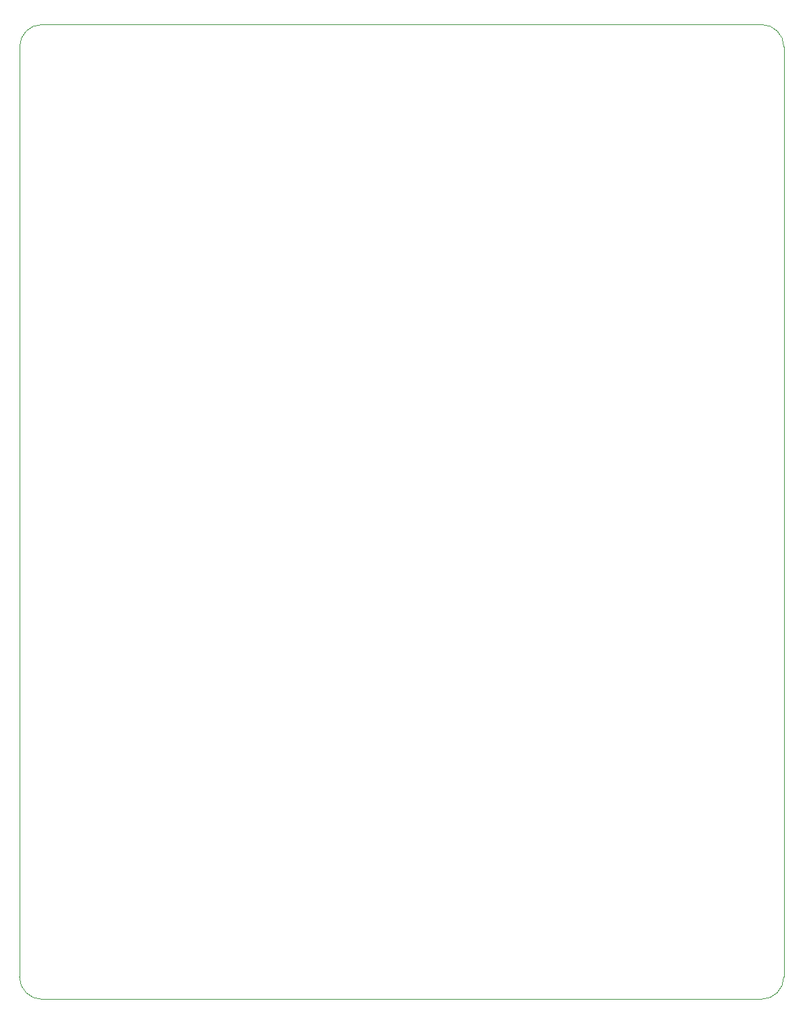
<source format=gm1>
G04 #@! TF.GenerationSoftware,KiCad,Pcbnew,7.0.1*
G04 #@! TF.CreationDate,2023-04-08T17:38:14-04:00*
G04 #@! TF.ProjectId,Input,496e7075-742e-46b6-9963-61645f706362,rev?*
G04 #@! TF.SameCoordinates,Original*
G04 #@! TF.FileFunction,Profile,NP*
%FSLAX46Y46*%
G04 Gerber Fmt 4.6, Leading zero omitted, Abs format (unit mm)*
G04 Created by KiCad (PCBNEW 7.0.1) date 2023-04-08 17:38:14*
%MOMM*%
%LPD*%
G01*
G04 APERTURE LIST*
G04 #@! TA.AperFunction,Profile*
%ADD10C,0.100000*%
G04 #@! TD*
G04 APERTURE END LIST*
D10*
X193812044Y-40977656D02*
G75*
G03*
X191018044Y-38183656I-2794044J-44D01*
G01*
X97997656Y-40977656D02*
X97987656Y-157480000D01*
X191008044Y-160274044D02*
G75*
G03*
X193802044Y-157480000I-44J2794044D01*
G01*
X100791656Y-38183656D02*
G75*
G03*
X97997656Y-40977656I44J-2794044D01*
G01*
X97987700Y-157480000D02*
G75*
G03*
X100781656Y-160274000I2794000J0D01*
G01*
X191018044Y-38183656D02*
X100791656Y-38183656D01*
X100781656Y-160274000D02*
X191008044Y-160274000D01*
X193802044Y-157480000D02*
X193812044Y-40977656D01*
M02*

</source>
